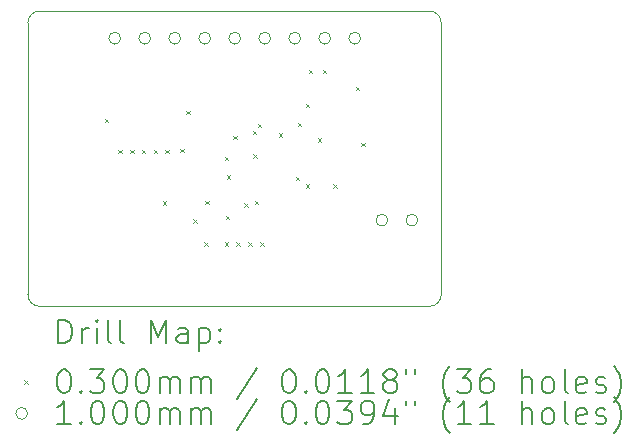
<source format=gbr>
%TF.GenerationSoftware,KiCad,Pcbnew,8.0.3*%
%TF.CreationDate,2024-12-25T15:45:30+08:00*%
%TF.ProjectId,ICM-42688,49434d2d-3432-4363-9838-2e6b69636164,rev?*%
%TF.SameCoordinates,Original*%
%TF.FileFunction,Drillmap*%
%TF.FilePolarity,Positive*%
%FSLAX45Y45*%
G04 Gerber Fmt 4.5, Leading zero omitted, Abs format (unit mm)*
G04 Created by KiCad (PCBNEW 8.0.3) date 2024-12-25 15:45:30*
%MOMM*%
%LPD*%
G01*
G04 APERTURE LIST*
%ADD10C,0.050000*%
%ADD11C,0.200000*%
%ADD12C,0.100000*%
G04 APERTURE END LIST*
D10*
X12000000Y-9400000D02*
X12000000Y-7100000D01*
X12100000Y-9500000D02*
G75*
G02*
X12000000Y-9400000I0J100000D01*
G01*
X15500000Y-7100000D02*
X15500000Y-9400000D01*
X12000000Y-7100000D02*
G75*
G02*
X12100000Y-7000000I100000J0D01*
G01*
X12100000Y-7000000D02*
X15400000Y-7000000D01*
X15400000Y-7000000D02*
G75*
G02*
X15500000Y-7100000I0J-100000D01*
G01*
X15500000Y-9400000D02*
G75*
G02*
X15400000Y-9500000I-100000J0D01*
G01*
X15400000Y-9500000D02*
X12100000Y-9500000D01*
D11*
D12*
X12651000Y-7913000D02*
X12681000Y-7943000D01*
X12681000Y-7913000D02*
X12651000Y-7943000D01*
X12765000Y-8175000D02*
X12795000Y-8205000D01*
X12795000Y-8175000D02*
X12765000Y-8205000D01*
X12865000Y-8175000D02*
X12895000Y-8205000D01*
X12895000Y-8175000D02*
X12865000Y-8205000D01*
X12965000Y-8175000D02*
X12995000Y-8205000D01*
X12995000Y-8175000D02*
X12965000Y-8205000D01*
X13065000Y-8175000D02*
X13095000Y-8205000D01*
X13095000Y-8175000D02*
X13065000Y-8205000D01*
X13141000Y-8612000D02*
X13171000Y-8642000D01*
X13171000Y-8612000D02*
X13141000Y-8642000D01*
X13165000Y-8175000D02*
X13195000Y-8205000D01*
X13195000Y-8175000D02*
X13165000Y-8205000D01*
X13291000Y-8165000D02*
X13321000Y-8195000D01*
X13321000Y-8165000D02*
X13291000Y-8195000D01*
X13338500Y-7843500D02*
X13368500Y-7873500D01*
X13368500Y-7843500D02*
X13338500Y-7873500D01*
X13402000Y-8762000D02*
X13432000Y-8792000D01*
X13432000Y-8762000D02*
X13402000Y-8792000D01*
X13495000Y-8955000D02*
X13525000Y-8985000D01*
X13525000Y-8955000D02*
X13495000Y-8985000D01*
X13500000Y-8605000D02*
X13530000Y-8635000D01*
X13530000Y-8605000D02*
X13500000Y-8635000D01*
X13665000Y-8955000D02*
X13695000Y-8985000D01*
X13695000Y-8955000D02*
X13665000Y-8985000D01*
X13665590Y-8231315D02*
X13695590Y-8261315D01*
X13695590Y-8231315D02*
X13665590Y-8261315D01*
X13675000Y-8731000D02*
X13705000Y-8761000D01*
X13705000Y-8731000D02*
X13675000Y-8761000D01*
X13682500Y-8389500D02*
X13712500Y-8419500D01*
X13712500Y-8389500D02*
X13682500Y-8419500D01*
X13740000Y-8054000D02*
X13770000Y-8084000D01*
X13770000Y-8054000D02*
X13740000Y-8084000D01*
X13765000Y-8955000D02*
X13795000Y-8985000D01*
X13795000Y-8955000D02*
X13765000Y-8985000D01*
X13830000Y-8627500D02*
X13860000Y-8657500D01*
X13860000Y-8627500D02*
X13830000Y-8657500D01*
X13865000Y-8955000D02*
X13895000Y-8985000D01*
X13895000Y-8955000D02*
X13865000Y-8985000D01*
X13905000Y-8015000D02*
X13935000Y-8045000D01*
X13935000Y-8015000D02*
X13905000Y-8045000D01*
X13909000Y-8212000D02*
X13939000Y-8242000D01*
X13939000Y-8212000D02*
X13909000Y-8242000D01*
X13919000Y-8606000D02*
X13949000Y-8636000D01*
X13949000Y-8606000D02*
X13919000Y-8636000D01*
X13945000Y-7955000D02*
X13975000Y-7985000D01*
X13975000Y-7955000D02*
X13945000Y-7985000D01*
X13965000Y-8955000D02*
X13995000Y-8985000D01*
X13995000Y-8955000D02*
X13965000Y-8985000D01*
X14125000Y-8035000D02*
X14155000Y-8065000D01*
X14155000Y-8035000D02*
X14125000Y-8065000D01*
X14269000Y-8402000D02*
X14299000Y-8432000D01*
X14299000Y-8402000D02*
X14269000Y-8432000D01*
X14285000Y-7945000D02*
X14315000Y-7975000D01*
X14315000Y-7945000D02*
X14285000Y-7975000D01*
X14351491Y-7783861D02*
X14381491Y-7813861D01*
X14381491Y-7783861D02*
X14351491Y-7813861D01*
X14351491Y-8467000D02*
X14381491Y-8497000D01*
X14381491Y-8467000D02*
X14351491Y-8497000D01*
X14376000Y-7497000D02*
X14406000Y-7527000D01*
X14406000Y-7497000D02*
X14376000Y-7527000D01*
X14455000Y-8075000D02*
X14485000Y-8105000D01*
X14485000Y-8075000D02*
X14455000Y-8105000D01*
X14498000Y-7497000D02*
X14528000Y-7527000D01*
X14528000Y-7497000D02*
X14498000Y-7527000D01*
X14583029Y-8465000D02*
X14613029Y-8495000D01*
X14613029Y-8465000D02*
X14583029Y-8495000D01*
X14776500Y-7639500D02*
X14806500Y-7669500D01*
X14806500Y-7639500D02*
X14776500Y-7669500D01*
X14824500Y-8116500D02*
X14854500Y-8146500D01*
X14854500Y-8116500D02*
X14824500Y-8146500D01*
X12785000Y-7230000D02*
G75*
G02*
X12685000Y-7230000I-50000J0D01*
G01*
X12685000Y-7230000D02*
G75*
G02*
X12785000Y-7230000I50000J0D01*
G01*
X13039000Y-7230000D02*
G75*
G02*
X12939000Y-7230000I-50000J0D01*
G01*
X12939000Y-7230000D02*
G75*
G02*
X13039000Y-7230000I50000J0D01*
G01*
X13293000Y-7230000D02*
G75*
G02*
X13193000Y-7230000I-50000J0D01*
G01*
X13193000Y-7230000D02*
G75*
G02*
X13293000Y-7230000I50000J0D01*
G01*
X13547000Y-7230000D02*
G75*
G02*
X13447000Y-7230000I-50000J0D01*
G01*
X13447000Y-7230000D02*
G75*
G02*
X13547000Y-7230000I50000J0D01*
G01*
X13801000Y-7230000D02*
G75*
G02*
X13701000Y-7230000I-50000J0D01*
G01*
X13701000Y-7230000D02*
G75*
G02*
X13801000Y-7230000I50000J0D01*
G01*
X14055000Y-7230000D02*
G75*
G02*
X13955000Y-7230000I-50000J0D01*
G01*
X13955000Y-7230000D02*
G75*
G02*
X14055000Y-7230000I50000J0D01*
G01*
X14309000Y-7230000D02*
G75*
G02*
X14209000Y-7230000I-50000J0D01*
G01*
X14209000Y-7230000D02*
G75*
G02*
X14309000Y-7230000I50000J0D01*
G01*
X14563000Y-7230000D02*
G75*
G02*
X14463000Y-7230000I-50000J0D01*
G01*
X14463000Y-7230000D02*
G75*
G02*
X14563000Y-7230000I50000J0D01*
G01*
X14817000Y-7230000D02*
G75*
G02*
X14717000Y-7230000I-50000J0D01*
G01*
X14717000Y-7230000D02*
G75*
G02*
X14817000Y-7230000I50000J0D01*
G01*
X15047000Y-8770000D02*
G75*
G02*
X14947000Y-8770000I-50000J0D01*
G01*
X14947000Y-8770000D02*
G75*
G02*
X15047000Y-8770000I50000J0D01*
G01*
X15301000Y-8770000D02*
G75*
G02*
X15201000Y-8770000I-50000J0D01*
G01*
X15201000Y-8770000D02*
G75*
G02*
X15301000Y-8770000I50000J0D01*
G01*
D11*
X12258277Y-9813984D02*
X12258277Y-9613984D01*
X12258277Y-9613984D02*
X12305896Y-9613984D01*
X12305896Y-9613984D02*
X12334467Y-9623508D01*
X12334467Y-9623508D02*
X12353515Y-9642555D01*
X12353515Y-9642555D02*
X12363039Y-9661603D01*
X12363039Y-9661603D02*
X12372562Y-9699698D01*
X12372562Y-9699698D02*
X12372562Y-9728270D01*
X12372562Y-9728270D02*
X12363039Y-9766365D01*
X12363039Y-9766365D02*
X12353515Y-9785412D01*
X12353515Y-9785412D02*
X12334467Y-9804460D01*
X12334467Y-9804460D02*
X12305896Y-9813984D01*
X12305896Y-9813984D02*
X12258277Y-9813984D01*
X12458277Y-9813984D02*
X12458277Y-9680650D01*
X12458277Y-9718746D02*
X12467801Y-9699698D01*
X12467801Y-9699698D02*
X12477324Y-9690174D01*
X12477324Y-9690174D02*
X12496372Y-9680650D01*
X12496372Y-9680650D02*
X12515420Y-9680650D01*
X12582086Y-9813984D02*
X12582086Y-9680650D01*
X12582086Y-9613984D02*
X12572562Y-9623508D01*
X12572562Y-9623508D02*
X12582086Y-9633031D01*
X12582086Y-9633031D02*
X12591610Y-9623508D01*
X12591610Y-9623508D02*
X12582086Y-9613984D01*
X12582086Y-9613984D02*
X12582086Y-9633031D01*
X12705896Y-9813984D02*
X12686848Y-9804460D01*
X12686848Y-9804460D02*
X12677324Y-9785412D01*
X12677324Y-9785412D02*
X12677324Y-9613984D01*
X12810658Y-9813984D02*
X12791610Y-9804460D01*
X12791610Y-9804460D02*
X12782086Y-9785412D01*
X12782086Y-9785412D02*
X12782086Y-9613984D01*
X13039229Y-9813984D02*
X13039229Y-9613984D01*
X13039229Y-9613984D02*
X13105896Y-9756841D01*
X13105896Y-9756841D02*
X13172562Y-9613984D01*
X13172562Y-9613984D02*
X13172562Y-9813984D01*
X13353515Y-9813984D02*
X13353515Y-9709222D01*
X13353515Y-9709222D02*
X13343991Y-9690174D01*
X13343991Y-9690174D02*
X13324943Y-9680650D01*
X13324943Y-9680650D02*
X13286848Y-9680650D01*
X13286848Y-9680650D02*
X13267801Y-9690174D01*
X13353515Y-9804460D02*
X13334467Y-9813984D01*
X13334467Y-9813984D02*
X13286848Y-9813984D01*
X13286848Y-9813984D02*
X13267801Y-9804460D01*
X13267801Y-9804460D02*
X13258277Y-9785412D01*
X13258277Y-9785412D02*
X13258277Y-9766365D01*
X13258277Y-9766365D02*
X13267801Y-9747317D01*
X13267801Y-9747317D02*
X13286848Y-9737793D01*
X13286848Y-9737793D02*
X13334467Y-9737793D01*
X13334467Y-9737793D02*
X13353515Y-9728270D01*
X13448753Y-9680650D02*
X13448753Y-9880650D01*
X13448753Y-9690174D02*
X13467801Y-9680650D01*
X13467801Y-9680650D02*
X13505896Y-9680650D01*
X13505896Y-9680650D02*
X13524943Y-9690174D01*
X13524943Y-9690174D02*
X13534467Y-9699698D01*
X13534467Y-9699698D02*
X13543991Y-9718746D01*
X13543991Y-9718746D02*
X13543991Y-9775889D01*
X13543991Y-9775889D02*
X13534467Y-9794936D01*
X13534467Y-9794936D02*
X13524943Y-9804460D01*
X13524943Y-9804460D02*
X13505896Y-9813984D01*
X13505896Y-9813984D02*
X13467801Y-9813984D01*
X13467801Y-9813984D02*
X13448753Y-9804460D01*
X13629705Y-9794936D02*
X13639229Y-9804460D01*
X13639229Y-9804460D02*
X13629705Y-9813984D01*
X13629705Y-9813984D02*
X13620182Y-9804460D01*
X13620182Y-9804460D02*
X13629705Y-9794936D01*
X13629705Y-9794936D02*
X13629705Y-9813984D01*
X13629705Y-9690174D02*
X13639229Y-9699698D01*
X13639229Y-9699698D02*
X13629705Y-9709222D01*
X13629705Y-9709222D02*
X13620182Y-9699698D01*
X13620182Y-9699698D02*
X13629705Y-9690174D01*
X13629705Y-9690174D02*
X13629705Y-9709222D01*
D12*
X11967500Y-10127500D02*
X11997500Y-10157500D01*
X11997500Y-10127500D02*
X11967500Y-10157500D01*
D11*
X12296372Y-10033984D02*
X12315420Y-10033984D01*
X12315420Y-10033984D02*
X12334467Y-10043508D01*
X12334467Y-10043508D02*
X12343991Y-10053031D01*
X12343991Y-10053031D02*
X12353515Y-10072079D01*
X12353515Y-10072079D02*
X12363039Y-10110174D01*
X12363039Y-10110174D02*
X12363039Y-10157793D01*
X12363039Y-10157793D02*
X12353515Y-10195889D01*
X12353515Y-10195889D02*
X12343991Y-10214936D01*
X12343991Y-10214936D02*
X12334467Y-10224460D01*
X12334467Y-10224460D02*
X12315420Y-10233984D01*
X12315420Y-10233984D02*
X12296372Y-10233984D01*
X12296372Y-10233984D02*
X12277324Y-10224460D01*
X12277324Y-10224460D02*
X12267801Y-10214936D01*
X12267801Y-10214936D02*
X12258277Y-10195889D01*
X12258277Y-10195889D02*
X12248753Y-10157793D01*
X12248753Y-10157793D02*
X12248753Y-10110174D01*
X12248753Y-10110174D02*
X12258277Y-10072079D01*
X12258277Y-10072079D02*
X12267801Y-10053031D01*
X12267801Y-10053031D02*
X12277324Y-10043508D01*
X12277324Y-10043508D02*
X12296372Y-10033984D01*
X12448753Y-10214936D02*
X12458277Y-10224460D01*
X12458277Y-10224460D02*
X12448753Y-10233984D01*
X12448753Y-10233984D02*
X12439229Y-10224460D01*
X12439229Y-10224460D02*
X12448753Y-10214936D01*
X12448753Y-10214936D02*
X12448753Y-10233984D01*
X12524943Y-10033984D02*
X12648753Y-10033984D01*
X12648753Y-10033984D02*
X12582086Y-10110174D01*
X12582086Y-10110174D02*
X12610658Y-10110174D01*
X12610658Y-10110174D02*
X12629705Y-10119698D01*
X12629705Y-10119698D02*
X12639229Y-10129222D01*
X12639229Y-10129222D02*
X12648753Y-10148270D01*
X12648753Y-10148270D02*
X12648753Y-10195889D01*
X12648753Y-10195889D02*
X12639229Y-10214936D01*
X12639229Y-10214936D02*
X12629705Y-10224460D01*
X12629705Y-10224460D02*
X12610658Y-10233984D01*
X12610658Y-10233984D02*
X12553515Y-10233984D01*
X12553515Y-10233984D02*
X12534467Y-10224460D01*
X12534467Y-10224460D02*
X12524943Y-10214936D01*
X12772562Y-10033984D02*
X12791610Y-10033984D01*
X12791610Y-10033984D02*
X12810658Y-10043508D01*
X12810658Y-10043508D02*
X12820182Y-10053031D01*
X12820182Y-10053031D02*
X12829705Y-10072079D01*
X12829705Y-10072079D02*
X12839229Y-10110174D01*
X12839229Y-10110174D02*
X12839229Y-10157793D01*
X12839229Y-10157793D02*
X12829705Y-10195889D01*
X12829705Y-10195889D02*
X12820182Y-10214936D01*
X12820182Y-10214936D02*
X12810658Y-10224460D01*
X12810658Y-10224460D02*
X12791610Y-10233984D01*
X12791610Y-10233984D02*
X12772562Y-10233984D01*
X12772562Y-10233984D02*
X12753515Y-10224460D01*
X12753515Y-10224460D02*
X12743991Y-10214936D01*
X12743991Y-10214936D02*
X12734467Y-10195889D01*
X12734467Y-10195889D02*
X12724943Y-10157793D01*
X12724943Y-10157793D02*
X12724943Y-10110174D01*
X12724943Y-10110174D02*
X12734467Y-10072079D01*
X12734467Y-10072079D02*
X12743991Y-10053031D01*
X12743991Y-10053031D02*
X12753515Y-10043508D01*
X12753515Y-10043508D02*
X12772562Y-10033984D01*
X12963039Y-10033984D02*
X12982086Y-10033984D01*
X12982086Y-10033984D02*
X13001134Y-10043508D01*
X13001134Y-10043508D02*
X13010658Y-10053031D01*
X13010658Y-10053031D02*
X13020182Y-10072079D01*
X13020182Y-10072079D02*
X13029705Y-10110174D01*
X13029705Y-10110174D02*
X13029705Y-10157793D01*
X13029705Y-10157793D02*
X13020182Y-10195889D01*
X13020182Y-10195889D02*
X13010658Y-10214936D01*
X13010658Y-10214936D02*
X13001134Y-10224460D01*
X13001134Y-10224460D02*
X12982086Y-10233984D01*
X12982086Y-10233984D02*
X12963039Y-10233984D01*
X12963039Y-10233984D02*
X12943991Y-10224460D01*
X12943991Y-10224460D02*
X12934467Y-10214936D01*
X12934467Y-10214936D02*
X12924943Y-10195889D01*
X12924943Y-10195889D02*
X12915420Y-10157793D01*
X12915420Y-10157793D02*
X12915420Y-10110174D01*
X12915420Y-10110174D02*
X12924943Y-10072079D01*
X12924943Y-10072079D02*
X12934467Y-10053031D01*
X12934467Y-10053031D02*
X12943991Y-10043508D01*
X12943991Y-10043508D02*
X12963039Y-10033984D01*
X13115420Y-10233984D02*
X13115420Y-10100650D01*
X13115420Y-10119698D02*
X13124943Y-10110174D01*
X13124943Y-10110174D02*
X13143991Y-10100650D01*
X13143991Y-10100650D02*
X13172563Y-10100650D01*
X13172563Y-10100650D02*
X13191610Y-10110174D01*
X13191610Y-10110174D02*
X13201134Y-10129222D01*
X13201134Y-10129222D02*
X13201134Y-10233984D01*
X13201134Y-10129222D02*
X13210658Y-10110174D01*
X13210658Y-10110174D02*
X13229705Y-10100650D01*
X13229705Y-10100650D02*
X13258277Y-10100650D01*
X13258277Y-10100650D02*
X13277324Y-10110174D01*
X13277324Y-10110174D02*
X13286848Y-10129222D01*
X13286848Y-10129222D02*
X13286848Y-10233984D01*
X13382086Y-10233984D02*
X13382086Y-10100650D01*
X13382086Y-10119698D02*
X13391610Y-10110174D01*
X13391610Y-10110174D02*
X13410658Y-10100650D01*
X13410658Y-10100650D02*
X13439229Y-10100650D01*
X13439229Y-10100650D02*
X13458277Y-10110174D01*
X13458277Y-10110174D02*
X13467801Y-10129222D01*
X13467801Y-10129222D02*
X13467801Y-10233984D01*
X13467801Y-10129222D02*
X13477324Y-10110174D01*
X13477324Y-10110174D02*
X13496372Y-10100650D01*
X13496372Y-10100650D02*
X13524943Y-10100650D01*
X13524943Y-10100650D02*
X13543991Y-10110174D01*
X13543991Y-10110174D02*
X13553515Y-10129222D01*
X13553515Y-10129222D02*
X13553515Y-10233984D01*
X13943991Y-10024460D02*
X13772563Y-10281603D01*
X14201134Y-10033984D02*
X14220182Y-10033984D01*
X14220182Y-10033984D02*
X14239229Y-10043508D01*
X14239229Y-10043508D02*
X14248753Y-10053031D01*
X14248753Y-10053031D02*
X14258277Y-10072079D01*
X14258277Y-10072079D02*
X14267801Y-10110174D01*
X14267801Y-10110174D02*
X14267801Y-10157793D01*
X14267801Y-10157793D02*
X14258277Y-10195889D01*
X14258277Y-10195889D02*
X14248753Y-10214936D01*
X14248753Y-10214936D02*
X14239229Y-10224460D01*
X14239229Y-10224460D02*
X14220182Y-10233984D01*
X14220182Y-10233984D02*
X14201134Y-10233984D01*
X14201134Y-10233984D02*
X14182086Y-10224460D01*
X14182086Y-10224460D02*
X14172563Y-10214936D01*
X14172563Y-10214936D02*
X14163039Y-10195889D01*
X14163039Y-10195889D02*
X14153515Y-10157793D01*
X14153515Y-10157793D02*
X14153515Y-10110174D01*
X14153515Y-10110174D02*
X14163039Y-10072079D01*
X14163039Y-10072079D02*
X14172563Y-10053031D01*
X14172563Y-10053031D02*
X14182086Y-10043508D01*
X14182086Y-10043508D02*
X14201134Y-10033984D01*
X14353515Y-10214936D02*
X14363039Y-10224460D01*
X14363039Y-10224460D02*
X14353515Y-10233984D01*
X14353515Y-10233984D02*
X14343991Y-10224460D01*
X14343991Y-10224460D02*
X14353515Y-10214936D01*
X14353515Y-10214936D02*
X14353515Y-10233984D01*
X14486848Y-10033984D02*
X14505896Y-10033984D01*
X14505896Y-10033984D02*
X14524944Y-10043508D01*
X14524944Y-10043508D02*
X14534467Y-10053031D01*
X14534467Y-10053031D02*
X14543991Y-10072079D01*
X14543991Y-10072079D02*
X14553515Y-10110174D01*
X14553515Y-10110174D02*
X14553515Y-10157793D01*
X14553515Y-10157793D02*
X14543991Y-10195889D01*
X14543991Y-10195889D02*
X14534467Y-10214936D01*
X14534467Y-10214936D02*
X14524944Y-10224460D01*
X14524944Y-10224460D02*
X14505896Y-10233984D01*
X14505896Y-10233984D02*
X14486848Y-10233984D01*
X14486848Y-10233984D02*
X14467801Y-10224460D01*
X14467801Y-10224460D02*
X14458277Y-10214936D01*
X14458277Y-10214936D02*
X14448753Y-10195889D01*
X14448753Y-10195889D02*
X14439229Y-10157793D01*
X14439229Y-10157793D02*
X14439229Y-10110174D01*
X14439229Y-10110174D02*
X14448753Y-10072079D01*
X14448753Y-10072079D02*
X14458277Y-10053031D01*
X14458277Y-10053031D02*
X14467801Y-10043508D01*
X14467801Y-10043508D02*
X14486848Y-10033984D01*
X14743991Y-10233984D02*
X14629706Y-10233984D01*
X14686848Y-10233984D02*
X14686848Y-10033984D01*
X14686848Y-10033984D02*
X14667801Y-10062555D01*
X14667801Y-10062555D02*
X14648753Y-10081603D01*
X14648753Y-10081603D02*
X14629706Y-10091127D01*
X14934467Y-10233984D02*
X14820182Y-10233984D01*
X14877325Y-10233984D02*
X14877325Y-10033984D01*
X14877325Y-10033984D02*
X14858277Y-10062555D01*
X14858277Y-10062555D02*
X14839229Y-10081603D01*
X14839229Y-10081603D02*
X14820182Y-10091127D01*
X15048753Y-10119698D02*
X15029706Y-10110174D01*
X15029706Y-10110174D02*
X15020182Y-10100650D01*
X15020182Y-10100650D02*
X15010658Y-10081603D01*
X15010658Y-10081603D02*
X15010658Y-10072079D01*
X15010658Y-10072079D02*
X15020182Y-10053031D01*
X15020182Y-10053031D02*
X15029706Y-10043508D01*
X15029706Y-10043508D02*
X15048753Y-10033984D01*
X15048753Y-10033984D02*
X15086848Y-10033984D01*
X15086848Y-10033984D02*
X15105896Y-10043508D01*
X15105896Y-10043508D02*
X15115420Y-10053031D01*
X15115420Y-10053031D02*
X15124944Y-10072079D01*
X15124944Y-10072079D02*
X15124944Y-10081603D01*
X15124944Y-10081603D02*
X15115420Y-10100650D01*
X15115420Y-10100650D02*
X15105896Y-10110174D01*
X15105896Y-10110174D02*
X15086848Y-10119698D01*
X15086848Y-10119698D02*
X15048753Y-10119698D01*
X15048753Y-10119698D02*
X15029706Y-10129222D01*
X15029706Y-10129222D02*
X15020182Y-10138746D01*
X15020182Y-10138746D02*
X15010658Y-10157793D01*
X15010658Y-10157793D02*
X15010658Y-10195889D01*
X15010658Y-10195889D02*
X15020182Y-10214936D01*
X15020182Y-10214936D02*
X15029706Y-10224460D01*
X15029706Y-10224460D02*
X15048753Y-10233984D01*
X15048753Y-10233984D02*
X15086848Y-10233984D01*
X15086848Y-10233984D02*
X15105896Y-10224460D01*
X15105896Y-10224460D02*
X15115420Y-10214936D01*
X15115420Y-10214936D02*
X15124944Y-10195889D01*
X15124944Y-10195889D02*
X15124944Y-10157793D01*
X15124944Y-10157793D02*
X15115420Y-10138746D01*
X15115420Y-10138746D02*
X15105896Y-10129222D01*
X15105896Y-10129222D02*
X15086848Y-10119698D01*
X15201134Y-10033984D02*
X15201134Y-10072079D01*
X15277325Y-10033984D02*
X15277325Y-10072079D01*
X15572563Y-10310174D02*
X15563039Y-10300650D01*
X15563039Y-10300650D02*
X15543991Y-10272079D01*
X15543991Y-10272079D02*
X15534468Y-10253031D01*
X15534468Y-10253031D02*
X15524944Y-10224460D01*
X15524944Y-10224460D02*
X15515420Y-10176841D01*
X15515420Y-10176841D02*
X15515420Y-10138746D01*
X15515420Y-10138746D02*
X15524944Y-10091127D01*
X15524944Y-10091127D02*
X15534468Y-10062555D01*
X15534468Y-10062555D02*
X15543991Y-10043508D01*
X15543991Y-10043508D02*
X15563039Y-10014936D01*
X15563039Y-10014936D02*
X15572563Y-10005412D01*
X15629706Y-10033984D02*
X15753515Y-10033984D01*
X15753515Y-10033984D02*
X15686848Y-10110174D01*
X15686848Y-10110174D02*
X15715420Y-10110174D01*
X15715420Y-10110174D02*
X15734468Y-10119698D01*
X15734468Y-10119698D02*
X15743991Y-10129222D01*
X15743991Y-10129222D02*
X15753515Y-10148270D01*
X15753515Y-10148270D02*
X15753515Y-10195889D01*
X15753515Y-10195889D02*
X15743991Y-10214936D01*
X15743991Y-10214936D02*
X15734468Y-10224460D01*
X15734468Y-10224460D02*
X15715420Y-10233984D01*
X15715420Y-10233984D02*
X15658277Y-10233984D01*
X15658277Y-10233984D02*
X15639229Y-10224460D01*
X15639229Y-10224460D02*
X15629706Y-10214936D01*
X15924944Y-10033984D02*
X15886848Y-10033984D01*
X15886848Y-10033984D02*
X15867801Y-10043508D01*
X15867801Y-10043508D02*
X15858277Y-10053031D01*
X15858277Y-10053031D02*
X15839229Y-10081603D01*
X15839229Y-10081603D02*
X15829706Y-10119698D01*
X15829706Y-10119698D02*
X15829706Y-10195889D01*
X15829706Y-10195889D02*
X15839229Y-10214936D01*
X15839229Y-10214936D02*
X15848753Y-10224460D01*
X15848753Y-10224460D02*
X15867801Y-10233984D01*
X15867801Y-10233984D02*
X15905896Y-10233984D01*
X15905896Y-10233984D02*
X15924944Y-10224460D01*
X15924944Y-10224460D02*
X15934468Y-10214936D01*
X15934468Y-10214936D02*
X15943991Y-10195889D01*
X15943991Y-10195889D02*
X15943991Y-10148270D01*
X15943991Y-10148270D02*
X15934468Y-10129222D01*
X15934468Y-10129222D02*
X15924944Y-10119698D01*
X15924944Y-10119698D02*
X15905896Y-10110174D01*
X15905896Y-10110174D02*
X15867801Y-10110174D01*
X15867801Y-10110174D02*
X15848753Y-10119698D01*
X15848753Y-10119698D02*
X15839229Y-10129222D01*
X15839229Y-10129222D02*
X15829706Y-10148270D01*
X16182087Y-10233984D02*
X16182087Y-10033984D01*
X16267801Y-10233984D02*
X16267801Y-10129222D01*
X16267801Y-10129222D02*
X16258277Y-10110174D01*
X16258277Y-10110174D02*
X16239230Y-10100650D01*
X16239230Y-10100650D02*
X16210658Y-10100650D01*
X16210658Y-10100650D02*
X16191610Y-10110174D01*
X16191610Y-10110174D02*
X16182087Y-10119698D01*
X16391610Y-10233984D02*
X16372563Y-10224460D01*
X16372563Y-10224460D02*
X16363039Y-10214936D01*
X16363039Y-10214936D02*
X16353515Y-10195889D01*
X16353515Y-10195889D02*
X16353515Y-10138746D01*
X16353515Y-10138746D02*
X16363039Y-10119698D01*
X16363039Y-10119698D02*
X16372563Y-10110174D01*
X16372563Y-10110174D02*
X16391610Y-10100650D01*
X16391610Y-10100650D02*
X16420182Y-10100650D01*
X16420182Y-10100650D02*
X16439230Y-10110174D01*
X16439230Y-10110174D02*
X16448753Y-10119698D01*
X16448753Y-10119698D02*
X16458277Y-10138746D01*
X16458277Y-10138746D02*
X16458277Y-10195889D01*
X16458277Y-10195889D02*
X16448753Y-10214936D01*
X16448753Y-10214936D02*
X16439230Y-10224460D01*
X16439230Y-10224460D02*
X16420182Y-10233984D01*
X16420182Y-10233984D02*
X16391610Y-10233984D01*
X16572563Y-10233984D02*
X16553515Y-10224460D01*
X16553515Y-10224460D02*
X16543991Y-10205412D01*
X16543991Y-10205412D02*
X16543991Y-10033984D01*
X16724944Y-10224460D02*
X16705896Y-10233984D01*
X16705896Y-10233984D02*
X16667801Y-10233984D01*
X16667801Y-10233984D02*
X16648753Y-10224460D01*
X16648753Y-10224460D02*
X16639230Y-10205412D01*
X16639230Y-10205412D02*
X16639230Y-10129222D01*
X16639230Y-10129222D02*
X16648753Y-10110174D01*
X16648753Y-10110174D02*
X16667801Y-10100650D01*
X16667801Y-10100650D02*
X16705896Y-10100650D01*
X16705896Y-10100650D02*
X16724944Y-10110174D01*
X16724944Y-10110174D02*
X16734468Y-10129222D01*
X16734468Y-10129222D02*
X16734468Y-10148270D01*
X16734468Y-10148270D02*
X16639230Y-10167317D01*
X16810658Y-10224460D02*
X16829706Y-10233984D01*
X16829706Y-10233984D02*
X16867801Y-10233984D01*
X16867801Y-10233984D02*
X16886849Y-10224460D01*
X16886849Y-10224460D02*
X16896373Y-10205412D01*
X16896373Y-10205412D02*
X16896373Y-10195889D01*
X16896373Y-10195889D02*
X16886849Y-10176841D01*
X16886849Y-10176841D02*
X16867801Y-10167317D01*
X16867801Y-10167317D02*
X16839230Y-10167317D01*
X16839230Y-10167317D02*
X16820182Y-10157793D01*
X16820182Y-10157793D02*
X16810658Y-10138746D01*
X16810658Y-10138746D02*
X16810658Y-10129222D01*
X16810658Y-10129222D02*
X16820182Y-10110174D01*
X16820182Y-10110174D02*
X16839230Y-10100650D01*
X16839230Y-10100650D02*
X16867801Y-10100650D01*
X16867801Y-10100650D02*
X16886849Y-10110174D01*
X16963039Y-10310174D02*
X16972563Y-10300650D01*
X16972563Y-10300650D02*
X16991611Y-10272079D01*
X16991611Y-10272079D02*
X17001134Y-10253031D01*
X17001134Y-10253031D02*
X17010658Y-10224460D01*
X17010658Y-10224460D02*
X17020182Y-10176841D01*
X17020182Y-10176841D02*
X17020182Y-10138746D01*
X17020182Y-10138746D02*
X17010658Y-10091127D01*
X17010658Y-10091127D02*
X17001134Y-10062555D01*
X17001134Y-10062555D02*
X16991611Y-10043508D01*
X16991611Y-10043508D02*
X16972563Y-10014936D01*
X16972563Y-10014936D02*
X16963039Y-10005412D01*
D12*
X11997500Y-10406500D02*
G75*
G02*
X11897500Y-10406500I-50000J0D01*
G01*
X11897500Y-10406500D02*
G75*
G02*
X11997500Y-10406500I50000J0D01*
G01*
D11*
X12363039Y-10497984D02*
X12248753Y-10497984D01*
X12305896Y-10497984D02*
X12305896Y-10297984D01*
X12305896Y-10297984D02*
X12286848Y-10326555D01*
X12286848Y-10326555D02*
X12267801Y-10345603D01*
X12267801Y-10345603D02*
X12248753Y-10355127D01*
X12448753Y-10478936D02*
X12458277Y-10488460D01*
X12458277Y-10488460D02*
X12448753Y-10497984D01*
X12448753Y-10497984D02*
X12439229Y-10488460D01*
X12439229Y-10488460D02*
X12448753Y-10478936D01*
X12448753Y-10478936D02*
X12448753Y-10497984D01*
X12582086Y-10297984D02*
X12601134Y-10297984D01*
X12601134Y-10297984D02*
X12620182Y-10307508D01*
X12620182Y-10307508D02*
X12629705Y-10317031D01*
X12629705Y-10317031D02*
X12639229Y-10336079D01*
X12639229Y-10336079D02*
X12648753Y-10374174D01*
X12648753Y-10374174D02*
X12648753Y-10421793D01*
X12648753Y-10421793D02*
X12639229Y-10459889D01*
X12639229Y-10459889D02*
X12629705Y-10478936D01*
X12629705Y-10478936D02*
X12620182Y-10488460D01*
X12620182Y-10488460D02*
X12601134Y-10497984D01*
X12601134Y-10497984D02*
X12582086Y-10497984D01*
X12582086Y-10497984D02*
X12563039Y-10488460D01*
X12563039Y-10488460D02*
X12553515Y-10478936D01*
X12553515Y-10478936D02*
X12543991Y-10459889D01*
X12543991Y-10459889D02*
X12534467Y-10421793D01*
X12534467Y-10421793D02*
X12534467Y-10374174D01*
X12534467Y-10374174D02*
X12543991Y-10336079D01*
X12543991Y-10336079D02*
X12553515Y-10317031D01*
X12553515Y-10317031D02*
X12563039Y-10307508D01*
X12563039Y-10307508D02*
X12582086Y-10297984D01*
X12772562Y-10297984D02*
X12791610Y-10297984D01*
X12791610Y-10297984D02*
X12810658Y-10307508D01*
X12810658Y-10307508D02*
X12820182Y-10317031D01*
X12820182Y-10317031D02*
X12829705Y-10336079D01*
X12829705Y-10336079D02*
X12839229Y-10374174D01*
X12839229Y-10374174D02*
X12839229Y-10421793D01*
X12839229Y-10421793D02*
X12829705Y-10459889D01*
X12829705Y-10459889D02*
X12820182Y-10478936D01*
X12820182Y-10478936D02*
X12810658Y-10488460D01*
X12810658Y-10488460D02*
X12791610Y-10497984D01*
X12791610Y-10497984D02*
X12772562Y-10497984D01*
X12772562Y-10497984D02*
X12753515Y-10488460D01*
X12753515Y-10488460D02*
X12743991Y-10478936D01*
X12743991Y-10478936D02*
X12734467Y-10459889D01*
X12734467Y-10459889D02*
X12724943Y-10421793D01*
X12724943Y-10421793D02*
X12724943Y-10374174D01*
X12724943Y-10374174D02*
X12734467Y-10336079D01*
X12734467Y-10336079D02*
X12743991Y-10317031D01*
X12743991Y-10317031D02*
X12753515Y-10307508D01*
X12753515Y-10307508D02*
X12772562Y-10297984D01*
X12963039Y-10297984D02*
X12982086Y-10297984D01*
X12982086Y-10297984D02*
X13001134Y-10307508D01*
X13001134Y-10307508D02*
X13010658Y-10317031D01*
X13010658Y-10317031D02*
X13020182Y-10336079D01*
X13020182Y-10336079D02*
X13029705Y-10374174D01*
X13029705Y-10374174D02*
X13029705Y-10421793D01*
X13029705Y-10421793D02*
X13020182Y-10459889D01*
X13020182Y-10459889D02*
X13010658Y-10478936D01*
X13010658Y-10478936D02*
X13001134Y-10488460D01*
X13001134Y-10488460D02*
X12982086Y-10497984D01*
X12982086Y-10497984D02*
X12963039Y-10497984D01*
X12963039Y-10497984D02*
X12943991Y-10488460D01*
X12943991Y-10488460D02*
X12934467Y-10478936D01*
X12934467Y-10478936D02*
X12924943Y-10459889D01*
X12924943Y-10459889D02*
X12915420Y-10421793D01*
X12915420Y-10421793D02*
X12915420Y-10374174D01*
X12915420Y-10374174D02*
X12924943Y-10336079D01*
X12924943Y-10336079D02*
X12934467Y-10317031D01*
X12934467Y-10317031D02*
X12943991Y-10307508D01*
X12943991Y-10307508D02*
X12963039Y-10297984D01*
X13115420Y-10497984D02*
X13115420Y-10364650D01*
X13115420Y-10383698D02*
X13124943Y-10374174D01*
X13124943Y-10374174D02*
X13143991Y-10364650D01*
X13143991Y-10364650D02*
X13172563Y-10364650D01*
X13172563Y-10364650D02*
X13191610Y-10374174D01*
X13191610Y-10374174D02*
X13201134Y-10393222D01*
X13201134Y-10393222D02*
X13201134Y-10497984D01*
X13201134Y-10393222D02*
X13210658Y-10374174D01*
X13210658Y-10374174D02*
X13229705Y-10364650D01*
X13229705Y-10364650D02*
X13258277Y-10364650D01*
X13258277Y-10364650D02*
X13277324Y-10374174D01*
X13277324Y-10374174D02*
X13286848Y-10393222D01*
X13286848Y-10393222D02*
X13286848Y-10497984D01*
X13382086Y-10497984D02*
X13382086Y-10364650D01*
X13382086Y-10383698D02*
X13391610Y-10374174D01*
X13391610Y-10374174D02*
X13410658Y-10364650D01*
X13410658Y-10364650D02*
X13439229Y-10364650D01*
X13439229Y-10364650D02*
X13458277Y-10374174D01*
X13458277Y-10374174D02*
X13467801Y-10393222D01*
X13467801Y-10393222D02*
X13467801Y-10497984D01*
X13467801Y-10393222D02*
X13477324Y-10374174D01*
X13477324Y-10374174D02*
X13496372Y-10364650D01*
X13496372Y-10364650D02*
X13524943Y-10364650D01*
X13524943Y-10364650D02*
X13543991Y-10374174D01*
X13543991Y-10374174D02*
X13553515Y-10393222D01*
X13553515Y-10393222D02*
X13553515Y-10497984D01*
X13943991Y-10288460D02*
X13772563Y-10545603D01*
X14201134Y-10297984D02*
X14220182Y-10297984D01*
X14220182Y-10297984D02*
X14239229Y-10307508D01*
X14239229Y-10307508D02*
X14248753Y-10317031D01*
X14248753Y-10317031D02*
X14258277Y-10336079D01*
X14258277Y-10336079D02*
X14267801Y-10374174D01*
X14267801Y-10374174D02*
X14267801Y-10421793D01*
X14267801Y-10421793D02*
X14258277Y-10459889D01*
X14258277Y-10459889D02*
X14248753Y-10478936D01*
X14248753Y-10478936D02*
X14239229Y-10488460D01*
X14239229Y-10488460D02*
X14220182Y-10497984D01*
X14220182Y-10497984D02*
X14201134Y-10497984D01*
X14201134Y-10497984D02*
X14182086Y-10488460D01*
X14182086Y-10488460D02*
X14172563Y-10478936D01*
X14172563Y-10478936D02*
X14163039Y-10459889D01*
X14163039Y-10459889D02*
X14153515Y-10421793D01*
X14153515Y-10421793D02*
X14153515Y-10374174D01*
X14153515Y-10374174D02*
X14163039Y-10336079D01*
X14163039Y-10336079D02*
X14172563Y-10317031D01*
X14172563Y-10317031D02*
X14182086Y-10307508D01*
X14182086Y-10307508D02*
X14201134Y-10297984D01*
X14353515Y-10478936D02*
X14363039Y-10488460D01*
X14363039Y-10488460D02*
X14353515Y-10497984D01*
X14353515Y-10497984D02*
X14343991Y-10488460D01*
X14343991Y-10488460D02*
X14353515Y-10478936D01*
X14353515Y-10478936D02*
X14353515Y-10497984D01*
X14486848Y-10297984D02*
X14505896Y-10297984D01*
X14505896Y-10297984D02*
X14524944Y-10307508D01*
X14524944Y-10307508D02*
X14534467Y-10317031D01*
X14534467Y-10317031D02*
X14543991Y-10336079D01*
X14543991Y-10336079D02*
X14553515Y-10374174D01*
X14553515Y-10374174D02*
X14553515Y-10421793D01*
X14553515Y-10421793D02*
X14543991Y-10459889D01*
X14543991Y-10459889D02*
X14534467Y-10478936D01*
X14534467Y-10478936D02*
X14524944Y-10488460D01*
X14524944Y-10488460D02*
X14505896Y-10497984D01*
X14505896Y-10497984D02*
X14486848Y-10497984D01*
X14486848Y-10497984D02*
X14467801Y-10488460D01*
X14467801Y-10488460D02*
X14458277Y-10478936D01*
X14458277Y-10478936D02*
X14448753Y-10459889D01*
X14448753Y-10459889D02*
X14439229Y-10421793D01*
X14439229Y-10421793D02*
X14439229Y-10374174D01*
X14439229Y-10374174D02*
X14448753Y-10336079D01*
X14448753Y-10336079D02*
X14458277Y-10317031D01*
X14458277Y-10317031D02*
X14467801Y-10307508D01*
X14467801Y-10307508D02*
X14486848Y-10297984D01*
X14620182Y-10297984D02*
X14743991Y-10297984D01*
X14743991Y-10297984D02*
X14677325Y-10374174D01*
X14677325Y-10374174D02*
X14705896Y-10374174D01*
X14705896Y-10374174D02*
X14724944Y-10383698D01*
X14724944Y-10383698D02*
X14734467Y-10393222D01*
X14734467Y-10393222D02*
X14743991Y-10412270D01*
X14743991Y-10412270D02*
X14743991Y-10459889D01*
X14743991Y-10459889D02*
X14734467Y-10478936D01*
X14734467Y-10478936D02*
X14724944Y-10488460D01*
X14724944Y-10488460D02*
X14705896Y-10497984D01*
X14705896Y-10497984D02*
X14648753Y-10497984D01*
X14648753Y-10497984D02*
X14629706Y-10488460D01*
X14629706Y-10488460D02*
X14620182Y-10478936D01*
X14839229Y-10497984D02*
X14877325Y-10497984D01*
X14877325Y-10497984D02*
X14896372Y-10488460D01*
X14896372Y-10488460D02*
X14905896Y-10478936D01*
X14905896Y-10478936D02*
X14924944Y-10450365D01*
X14924944Y-10450365D02*
X14934467Y-10412270D01*
X14934467Y-10412270D02*
X14934467Y-10336079D01*
X14934467Y-10336079D02*
X14924944Y-10317031D01*
X14924944Y-10317031D02*
X14915420Y-10307508D01*
X14915420Y-10307508D02*
X14896372Y-10297984D01*
X14896372Y-10297984D02*
X14858277Y-10297984D01*
X14858277Y-10297984D02*
X14839229Y-10307508D01*
X14839229Y-10307508D02*
X14829706Y-10317031D01*
X14829706Y-10317031D02*
X14820182Y-10336079D01*
X14820182Y-10336079D02*
X14820182Y-10383698D01*
X14820182Y-10383698D02*
X14829706Y-10402746D01*
X14829706Y-10402746D02*
X14839229Y-10412270D01*
X14839229Y-10412270D02*
X14858277Y-10421793D01*
X14858277Y-10421793D02*
X14896372Y-10421793D01*
X14896372Y-10421793D02*
X14915420Y-10412270D01*
X14915420Y-10412270D02*
X14924944Y-10402746D01*
X14924944Y-10402746D02*
X14934467Y-10383698D01*
X15105896Y-10364650D02*
X15105896Y-10497984D01*
X15058277Y-10288460D02*
X15010658Y-10431317D01*
X15010658Y-10431317D02*
X15134467Y-10431317D01*
X15201134Y-10297984D02*
X15201134Y-10336079D01*
X15277325Y-10297984D02*
X15277325Y-10336079D01*
X15572563Y-10574174D02*
X15563039Y-10564650D01*
X15563039Y-10564650D02*
X15543991Y-10536079D01*
X15543991Y-10536079D02*
X15534468Y-10517031D01*
X15534468Y-10517031D02*
X15524944Y-10488460D01*
X15524944Y-10488460D02*
X15515420Y-10440841D01*
X15515420Y-10440841D02*
X15515420Y-10402746D01*
X15515420Y-10402746D02*
X15524944Y-10355127D01*
X15524944Y-10355127D02*
X15534468Y-10326555D01*
X15534468Y-10326555D02*
X15543991Y-10307508D01*
X15543991Y-10307508D02*
X15563039Y-10278936D01*
X15563039Y-10278936D02*
X15572563Y-10269412D01*
X15753515Y-10497984D02*
X15639229Y-10497984D01*
X15696372Y-10497984D02*
X15696372Y-10297984D01*
X15696372Y-10297984D02*
X15677325Y-10326555D01*
X15677325Y-10326555D02*
X15658277Y-10345603D01*
X15658277Y-10345603D02*
X15639229Y-10355127D01*
X15943991Y-10497984D02*
X15829706Y-10497984D01*
X15886848Y-10497984D02*
X15886848Y-10297984D01*
X15886848Y-10297984D02*
X15867801Y-10326555D01*
X15867801Y-10326555D02*
X15848753Y-10345603D01*
X15848753Y-10345603D02*
X15829706Y-10355127D01*
X16182087Y-10497984D02*
X16182087Y-10297984D01*
X16267801Y-10497984D02*
X16267801Y-10393222D01*
X16267801Y-10393222D02*
X16258277Y-10374174D01*
X16258277Y-10374174D02*
X16239230Y-10364650D01*
X16239230Y-10364650D02*
X16210658Y-10364650D01*
X16210658Y-10364650D02*
X16191610Y-10374174D01*
X16191610Y-10374174D02*
X16182087Y-10383698D01*
X16391610Y-10497984D02*
X16372563Y-10488460D01*
X16372563Y-10488460D02*
X16363039Y-10478936D01*
X16363039Y-10478936D02*
X16353515Y-10459889D01*
X16353515Y-10459889D02*
X16353515Y-10402746D01*
X16353515Y-10402746D02*
X16363039Y-10383698D01*
X16363039Y-10383698D02*
X16372563Y-10374174D01*
X16372563Y-10374174D02*
X16391610Y-10364650D01*
X16391610Y-10364650D02*
X16420182Y-10364650D01*
X16420182Y-10364650D02*
X16439230Y-10374174D01*
X16439230Y-10374174D02*
X16448753Y-10383698D01*
X16448753Y-10383698D02*
X16458277Y-10402746D01*
X16458277Y-10402746D02*
X16458277Y-10459889D01*
X16458277Y-10459889D02*
X16448753Y-10478936D01*
X16448753Y-10478936D02*
X16439230Y-10488460D01*
X16439230Y-10488460D02*
X16420182Y-10497984D01*
X16420182Y-10497984D02*
X16391610Y-10497984D01*
X16572563Y-10497984D02*
X16553515Y-10488460D01*
X16553515Y-10488460D02*
X16543991Y-10469412D01*
X16543991Y-10469412D02*
X16543991Y-10297984D01*
X16724944Y-10488460D02*
X16705896Y-10497984D01*
X16705896Y-10497984D02*
X16667801Y-10497984D01*
X16667801Y-10497984D02*
X16648753Y-10488460D01*
X16648753Y-10488460D02*
X16639230Y-10469412D01*
X16639230Y-10469412D02*
X16639230Y-10393222D01*
X16639230Y-10393222D02*
X16648753Y-10374174D01*
X16648753Y-10374174D02*
X16667801Y-10364650D01*
X16667801Y-10364650D02*
X16705896Y-10364650D01*
X16705896Y-10364650D02*
X16724944Y-10374174D01*
X16724944Y-10374174D02*
X16734468Y-10393222D01*
X16734468Y-10393222D02*
X16734468Y-10412270D01*
X16734468Y-10412270D02*
X16639230Y-10431317D01*
X16810658Y-10488460D02*
X16829706Y-10497984D01*
X16829706Y-10497984D02*
X16867801Y-10497984D01*
X16867801Y-10497984D02*
X16886849Y-10488460D01*
X16886849Y-10488460D02*
X16896373Y-10469412D01*
X16896373Y-10469412D02*
X16896373Y-10459889D01*
X16896373Y-10459889D02*
X16886849Y-10440841D01*
X16886849Y-10440841D02*
X16867801Y-10431317D01*
X16867801Y-10431317D02*
X16839230Y-10431317D01*
X16839230Y-10431317D02*
X16820182Y-10421793D01*
X16820182Y-10421793D02*
X16810658Y-10402746D01*
X16810658Y-10402746D02*
X16810658Y-10393222D01*
X16810658Y-10393222D02*
X16820182Y-10374174D01*
X16820182Y-10374174D02*
X16839230Y-10364650D01*
X16839230Y-10364650D02*
X16867801Y-10364650D01*
X16867801Y-10364650D02*
X16886849Y-10374174D01*
X16963039Y-10574174D02*
X16972563Y-10564650D01*
X16972563Y-10564650D02*
X16991611Y-10536079D01*
X16991611Y-10536079D02*
X17001134Y-10517031D01*
X17001134Y-10517031D02*
X17010658Y-10488460D01*
X17010658Y-10488460D02*
X17020182Y-10440841D01*
X17020182Y-10440841D02*
X17020182Y-10402746D01*
X17020182Y-10402746D02*
X17010658Y-10355127D01*
X17010658Y-10355127D02*
X17001134Y-10326555D01*
X17001134Y-10326555D02*
X16991611Y-10307508D01*
X16991611Y-10307508D02*
X16972563Y-10278936D01*
X16972563Y-10278936D02*
X16963039Y-10269412D01*
M02*

</source>
